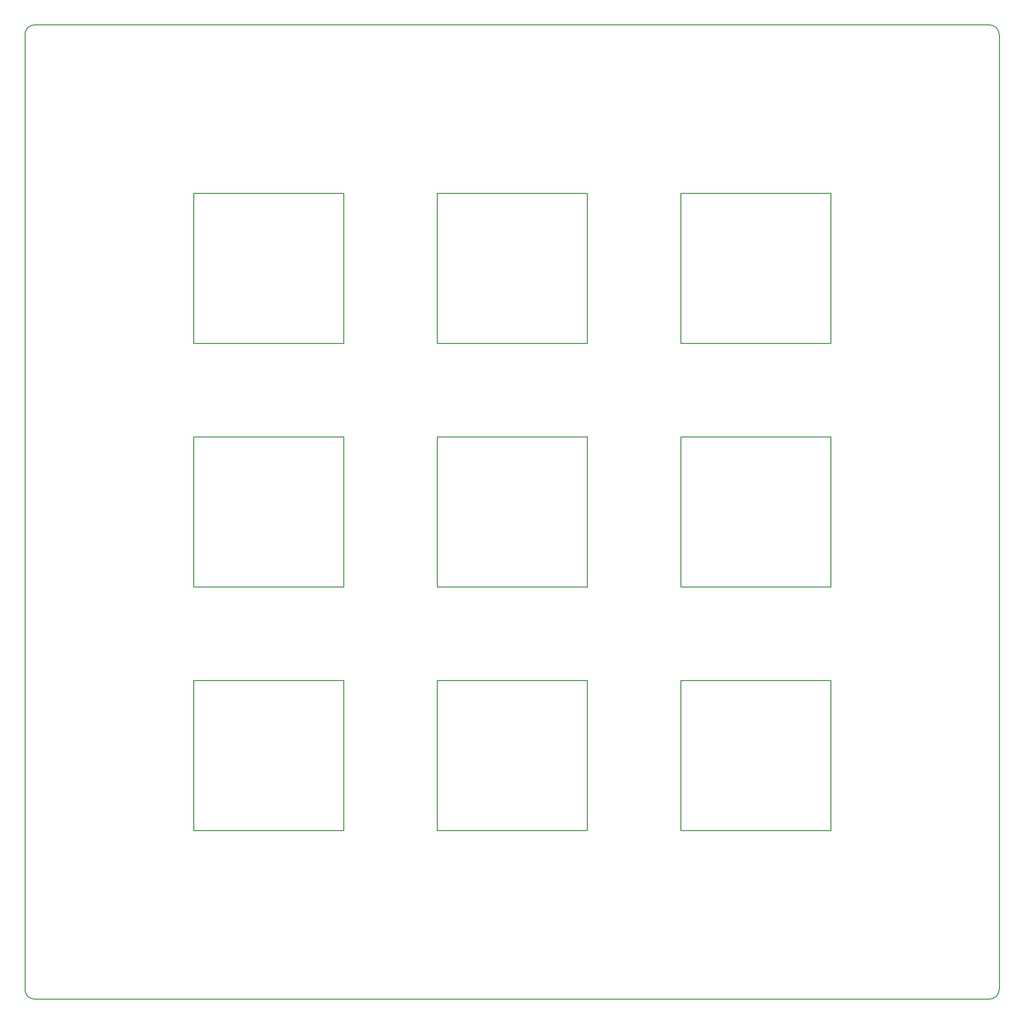
<source format=gbr>
G04 #@! TF.FileFunction,Profile,NP*
%FSLAX46Y46*%
G04 Gerber Fmt 4.6, Leading zero omitted, Abs format (unit mm)*
G04 Created by KiCad (PCBNEW 4.0.7-e2-6376~58~ubuntu16.04.1) date Wed Nov 28 15:41:44 2018*
%MOMM*%
%LPD*%
G01*
G04 APERTURE LIST*
%ADD10C,0.100000*%
%ADD11C,0.254000*%
G04 APERTURE END LIST*
D10*
D11*
X196342000Y-235458000D02*
X196342000Y-196342000D01*
X235458000Y-235458000D02*
X196342000Y-235458000D01*
X235458000Y-196342000D02*
X235458000Y-235458000D01*
X196342000Y-196342000D02*
X235458000Y-196342000D01*
X132842000Y-235458000D02*
X132842000Y-196342000D01*
X171958000Y-235458000D02*
X132842000Y-235458000D01*
X171958000Y-196342000D02*
X171958000Y-235458000D01*
X132842000Y-196342000D02*
X171958000Y-196342000D01*
X69342000Y-235458000D02*
X69342000Y-196342000D01*
X108458000Y-235458000D02*
X69342000Y-235458000D01*
X108458000Y-196342000D02*
X108458000Y-235458000D01*
X69342000Y-196342000D02*
X108458000Y-196342000D01*
X196342000Y-171958000D02*
X196342000Y-132842000D01*
X235458000Y-171958000D02*
X196342000Y-171958000D01*
X235458000Y-132842000D02*
X235458000Y-171958000D01*
X196342000Y-132842000D02*
X235458000Y-132842000D01*
X132842000Y-171958000D02*
X132842000Y-132842000D01*
X171958000Y-171958000D02*
X132842000Y-171958000D01*
X171958000Y-132842000D02*
X171958000Y-171958000D01*
X132842000Y-132842000D02*
X171958000Y-132842000D01*
X69342000Y-171958000D02*
X69342000Y-132842000D01*
X108458000Y-171958000D02*
X69342000Y-171958000D01*
X108458000Y-132842000D02*
X108458000Y-171958000D01*
X69342000Y-132842000D02*
X108458000Y-132842000D01*
X196342000Y-108458000D02*
X196342000Y-69342000D01*
X235458000Y-108458000D02*
X196342000Y-108458000D01*
X235458000Y-69342000D02*
X235458000Y-108458000D01*
X196342000Y-69342000D02*
X235458000Y-69342000D01*
X132842000Y-108458000D02*
X132842000Y-69342000D01*
X171958000Y-108458000D02*
X132842000Y-108458000D01*
X171958000Y-69342000D02*
X171958000Y-108458000D01*
X132842000Y-69342000D02*
X171958000Y-69342000D01*
X69342000Y-108458000D02*
X69342000Y-69342000D01*
X108458000Y-108458000D02*
X69342000Y-108458000D01*
X108458000Y-69342000D02*
X108458000Y-108458000D01*
X69342000Y-69342000D02*
X108458000Y-69342000D01*
X276860000Y-25400000D02*
X27940000Y-25400000D01*
X279400000Y-276860000D02*
X279400000Y-27940000D01*
X27940000Y-279400000D02*
X276860000Y-279400000D01*
X25400000Y-27940000D02*
X25400000Y-276860000D01*
X25400000Y-276860000D02*
G75*
G03X27940000Y-279400000I2540000J0D01*
G01*
X276860000Y-279400000D02*
G75*
G03X279400000Y-276860000I0J2540000D01*
G01*
X279400000Y-27940000D02*
G75*
G03X276860000Y-25400000I-2540000J0D01*
G01*
X27940000Y-25400000D02*
G75*
G03X25400000Y-27940000I0J-2540000D01*
G01*
M02*

</source>
